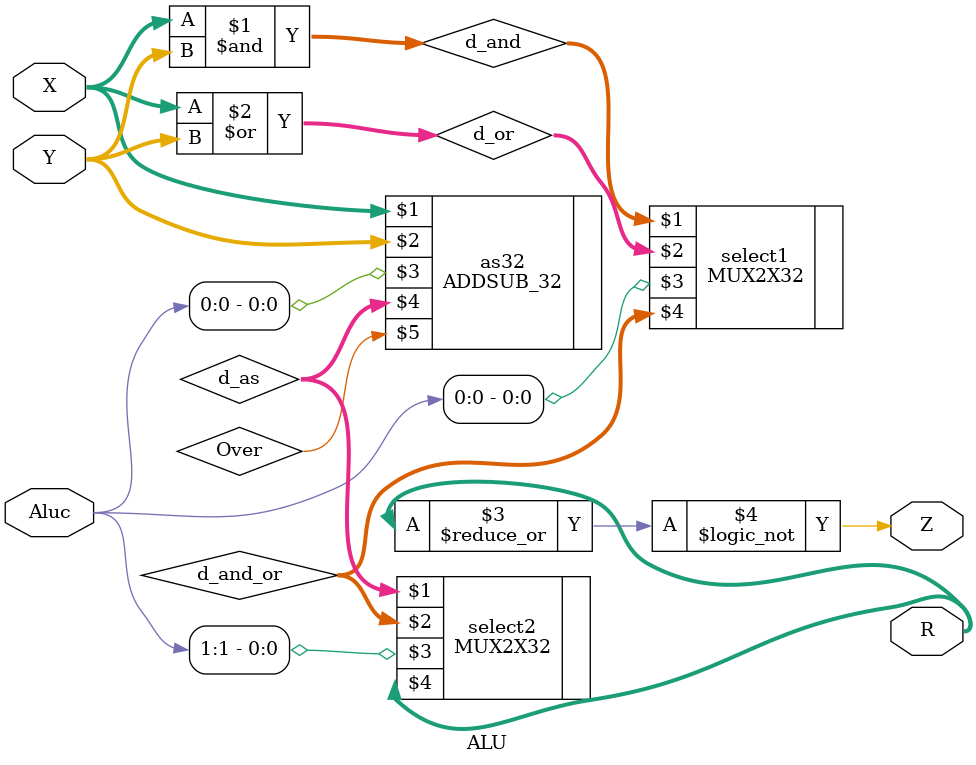
<source format=v>
`include "ADDSUB_32.v"
`include "MUX2X32.v"

`ifndef ALU_V
`define ALU_V
module ALU(
    input [31:0]X,
    input [31:0]Y,
    input [1:0]Aluc,
    output [31:0]R,
    output Z
    //,output V
);
    wire[31:0] d_as, d_and, d_or, d_and_or;
    wire Over;
    ADDSUB_32 as32(X, Y, Aluc[0], d_as,Over);

    assign d_and = X&Y;
    assign d_or = X|Y;

    MUX2X32 select1(d_and, d_or, Aluc[0], d_and_or);
    MUX2X32 select2(d_as, d_and_or, Aluc[1], R);

    assign Z = ~|R;
    // assign V = (~Aluc[1]&~Aluc[0]&~X[31]&~Y[31]&R[31])|
    //             (~Aluc[0]&~Aluc[1]&X[31]&Y[31]&~R[31])|
    //             (~Aluc[1]&Aluc[0]&~X[31]&Y[31]&R[31])|
    //             (~Aluc[1]&Aluc[0]&X[31]&~Y[31]&~R[31]);
    
endmodule

`endif
</source>
